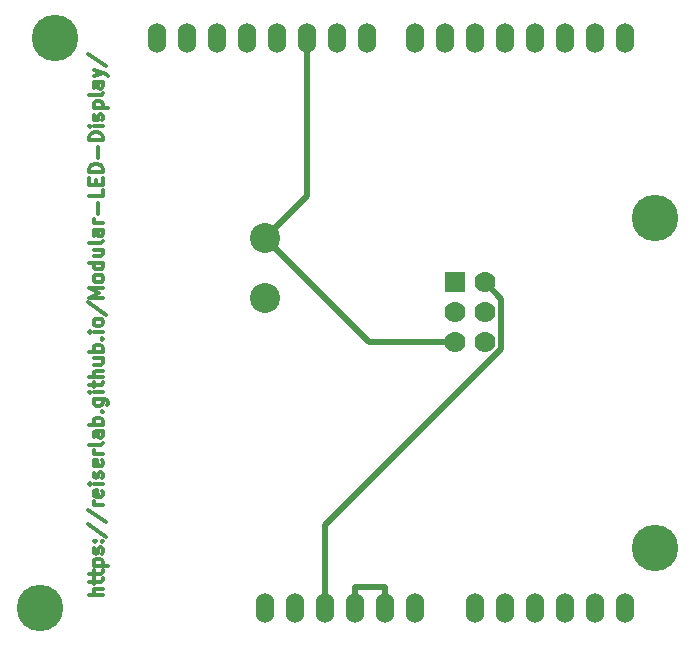
<source format=gtl>
%TF.GenerationSoftware,KiCad,Pcbnew,5.1.9*%
%TF.CreationDate,2021-02-19T12:46:16-05:00*%
%TF.ProjectId,prog_shield,70726f67-5f73-4686-9965-6c642e6b6963,rev?*%
%TF.SameCoordinates,Original*%
%TF.FileFunction,Copper,L1,Top*%
%TF.FilePolarity,Positive*%
%FSLAX46Y46*%
G04 Gerber Fmt 4.6, Leading zero omitted, Abs format (unit mm)*
G04 Created by KiCad (PCBNEW 5.1.9) date 2021-02-19 12:46:16*
%MOMM*%
%LPD*%
G01*
G04 APERTURE LIST*
%TA.AperFunction,NonConductor*%
%ADD10C,0.300000*%
%TD*%
%TA.AperFunction,ComponentPad*%
%ADD11C,2.540000*%
%TD*%
%TA.AperFunction,ComponentPad*%
%ADD12O,1.524000X2.540000*%
%TD*%
%TA.AperFunction,ComponentPad*%
%ADD13C,3.937000*%
%TD*%
%TA.AperFunction,ComponentPad*%
%ADD14R,1.778000X1.778000*%
%TD*%
%TA.AperFunction,ComponentPad*%
%ADD15C,1.778000*%
%TD*%
%TA.AperFunction,Conductor*%
%ADD16C,0.508000*%
%TD*%
G04 APERTURE END LIST*
D10*
X130132857Y-129020000D02*
X128932857Y-129020000D01*
X130132857Y-128505714D02*
X129504285Y-128505714D01*
X129390000Y-128562857D01*
X129332857Y-128677142D01*
X129332857Y-128848571D01*
X129390000Y-128962857D01*
X129447142Y-129020000D01*
X129332857Y-128105714D02*
X129332857Y-127648571D01*
X128932857Y-127934285D02*
X129961428Y-127934285D01*
X130075714Y-127877142D01*
X130132857Y-127762857D01*
X130132857Y-127648571D01*
X129332857Y-127420000D02*
X129332857Y-126962857D01*
X128932857Y-127248571D02*
X129961428Y-127248571D01*
X130075714Y-127191428D01*
X130132857Y-127077142D01*
X130132857Y-126962857D01*
X129332857Y-126562857D02*
X130532857Y-126562857D01*
X129390000Y-126562857D02*
X129332857Y-126448571D01*
X129332857Y-126220000D01*
X129390000Y-126105714D01*
X129447142Y-126048571D01*
X129561428Y-125991428D01*
X129904285Y-125991428D01*
X130018571Y-126048571D01*
X130075714Y-126105714D01*
X130132857Y-126220000D01*
X130132857Y-126448571D01*
X130075714Y-126562857D01*
X130075714Y-125534285D02*
X130132857Y-125420000D01*
X130132857Y-125191428D01*
X130075714Y-125077142D01*
X129961428Y-125020000D01*
X129904285Y-125020000D01*
X129790000Y-125077142D01*
X129732857Y-125191428D01*
X129732857Y-125362857D01*
X129675714Y-125477142D01*
X129561428Y-125534285D01*
X129504285Y-125534285D01*
X129390000Y-125477142D01*
X129332857Y-125362857D01*
X129332857Y-125191428D01*
X129390000Y-125077142D01*
X130018571Y-124505714D02*
X130075714Y-124448571D01*
X130132857Y-124505714D01*
X130075714Y-124562857D01*
X130018571Y-124505714D01*
X130132857Y-124505714D01*
X129390000Y-124505714D02*
X129447142Y-124448571D01*
X129504285Y-124505714D01*
X129447142Y-124562857D01*
X129390000Y-124505714D01*
X129504285Y-124505714D01*
X128875714Y-123077142D02*
X130418571Y-124105714D01*
X128875714Y-121820000D02*
X130418571Y-122848571D01*
X130132857Y-121420000D02*
X129332857Y-121420000D01*
X129561428Y-121420000D02*
X129447142Y-121362857D01*
X129390000Y-121305714D01*
X129332857Y-121191428D01*
X129332857Y-121077142D01*
X130075714Y-120220000D02*
X130132857Y-120334285D01*
X130132857Y-120562857D01*
X130075714Y-120677142D01*
X129961428Y-120734285D01*
X129504285Y-120734285D01*
X129390000Y-120677142D01*
X129332857Y-120562857D01*
X129332857Y-120334285D01*
X129390000Y-120220000D01*
X129504285Y-120162857D01*
X129618571Y-120162857D01*
X129732857Y-120734285D01*
X130132857Y-119648571D02*
X129332857Y-119648571D01*
X128932857Y-119648571D02*
X128990000Y-119705714D01*
X129047142Y-119648571D01*
X128990000Y-119591428D01*
X128932857Y-119648571D01*
X129047142Y-119648571D01*
X130075714Y-119134285D02*
X130132857Y-119020000D01*
X130132857Y-118791428D01*
X130075714Y-118677142D01*
X129961428Y-118620000D01*
X129904285Y-118620000D01*
X129790000Y-118677142D01*
X129732857Y-118791428D01*
X129732857Y-118962857D01*
X129675714Y-119077142D01*
X129561428Y-119134285D01*
X129504285Y-119134285D01*
X129390000Y-119077142D01*
X129332857Y-118962857D01*
X129332857Y-118791428D01*
X129390000Y-118677142D01*
X130075714Y-117648571D02*
X130132857Y-117762857D01*
X130132857Y-117991428D01*
X130075714Y-118105714D01*
X129961428Y-118162857D01*
X129504285Y-118162857D01*
X129390000Y-118105714D01*
X129332857Y-117991428D01*
X129332857Y-117762857D01*
X129390000Y-117648571D01*
X129504285Y-117591428D01*
X129618571Y-117591428D01*
X129732857Y-118162857D01*
X130132857Y-117077142D02*
X129332857Y-117077142D01*
X129561428Y-117077142D02*
X129447142Y-117020000D01*
X129390000Y-116962857D01*
X129332857Y-116848571D01*
X129332857Y-116734285D01*
X130132857Y-116162857D02*
X130075714Y-116277142D01*
X129961428Y-116334285D01*
X128932857Y-116334285D01*
X130132857Y-115191428D02*
X129504285Y-115191428D01*
X129390000Y-115248571D01*
X129332857Y-115362857D01*
X129332857Y-115591428D01*
X129390000Y-115705714D01*
X130075714Y-115191428D02*
X130132857Y-115305714D01*
X130132857Y-115591428D01*
X130075714Y-115705714D01*
X129961428Y-115762857D01*
X129847142Y-115762857D01*
X129732857Y-115705714D01*
X129675714Y-115591428D01*
X129675714Y-115305714D01*
X129618571Y-115191428D01*
X130132857Y-114620000D02*
X128932857Y-114620000D01*
X129390000Y-114620000D02*
X129332857Y-114505714D01*
X129332857Y-114277142D01*
X129390000Y-114162857D01*
X129447142Y-114105714D01*
X129561428Y-114048571D01*
X129904285Y-114048571D01*
X130018571Y-114105714D01*
X130075714Y-114162857D01*
X130132857Y-114277142D01*
X130132857Y-114505714D01*
X130075714Y-114620000D01*
X130018571Y-113534285D02*
X130075714Y-113477142D01*
X130132857Y-113534285D01*
X130075714Y-113591428D01*
X130018571Y-113534285D01*
X130132857Y-113534285D01*
X129332857Y-112448571D02*
X130304285Y-112448571D01*
X130418571Y-112505714D01*
X130475714Y-112562857D01*
X130532857Y-112677142D01*
X130532857Y-112848571D01*
X130475714Y-112962857D01*
X130075714Y-112448571D02*
X130132857Y-112562857D01*
X130132857Y-112791428D01*
X130075714Y-112905714D01*
X130018571Y-112962857D01*
X129904285Y-113020000D01*
X129561428Y-113020000D01*
X129447142Y-112962857D01*
X129390000Y-112905714D01*
X129332857Y-112791428D01*
X129332857Y-112562857D01*
X129390000Y-112448571D01*
X130132857Y-111877142D02*
X129332857Y-111877142D01*
X128932857Y-111877142D02*
X128990000Y-111934285D01*
X129047142Y-111877142D01*
X128990000Y-111820000D01*
X128932857Y-111877142D01*
X129047142Y-111877142D01*
X129332857Y-111477142D02*
X129332857Y-111020000D01*
X128932857Y-111305714D02*
X129961428Y-111305714D01*
X130075714Y-111248571D01*
X130132857Y-111134285D01*
X130132857Y-111020000D01*
X130132857Y-110620000D02*
X128932857Y-110620000D01*
X130132857Y-110105714D02*
X129504285Y-110105714D01*
X129390000Y-110162857D01*
X129332857Y-110277142D01*
X129332857Y-110448571D01*
X129390000Y-110562857D01*
X129447142Y-110620000D01*
X129332857Y-109020000D02*
X130132857Y-109020000D01*
X129332857Y-109534285D02*
X129961428Y-109534285D01*
X130075714Y-109477142D01*
X130132857Y-109362857D01*
X130132857Y-109191428D01*
X130075714Y-109077142D01*
X130018571Y-109020000D01*
X130132857Y-108448571D02*
X128932857Y-108448571D01*
X129390000Y-108448571D02*
X129332857Y-108334285D01*
X129332857Y-108105714D01*
X129390000Y-107991428D01*
X129447142Y-107934285D01*
X129561428Y-107877142D01*
X129904285Y-107877142D01*
X130018571Y-107934285D01*
X130075714Y-107991428D01*
X130132857Y-108105714D01*
X130132857Y-108334285D01*
X130075714Y-108448571D01*
X130018571Y-107362857D02*
X130075714Y-107305714D01*
X130132857Y-107362857D01*
X130075714Y-107420000D01*
X130018571Y-107362857D01*
X130132857Y-107362857D01*
X130132857Y-106791428D02*
X129332857Y-106791428D01*
X128932857Y-106791428D02*
X128990000Y-106848571D01*
X129047142Y-106791428D01*
X128990000Y-106734285D01*
X128932857Y-106791428D01*
X129047142Y-106791428D01*
X130132857Y-106048571D02*
X130075714Y-106162857D01*
X130018571Y-106220000D01*
X129904285Y-106277142D01*
X129561428Y-106277142D01*
X129447142Y-106220000D01*
X129390000Y-106162857D01*
X129332857Y-106048571D01*
X129332857Y-105877142D01*
X129390000Y-105762857D01*
X129447142Y-105705714D01*
X129561428Y-105648571D01*
X129904285Y-105648571D01*
X130018571Y-105705714D01*
X130075714Y-105762857D01*
X130132857Y-105877142D01*
X130132857Y-106048571D01*
X128875714Y-104277142D02*
X130418571Y-105305714D01*
X130132857Y-103877142D02*
X128932857Y-103877142D01*
X129790000Y-103477142D01*
X128932857Y-103077142D01*
X130132857Y-103077142D01*
X130132857Y-102334285D02*
X130075714Y-102448571D01*
X130018571Y-102505714D01*
X129904285Y-102562857D01*
X129561428Y-102562857D01*
X129447142Y-102505714D01*
X129390000Y-102448571D01*
X129332857Y-102334285D01*
X129332857Y-102162857D01*
X129390000Y-102048571D01*
X129447142Y-101991428D01*
X129561428Y-101934285D01*
X129904285Y-101934285D01*
X130018571Y-101991428D01*
X130075714Y-102048571D01*
X130132857Y-102162857D01*
X130132857Y-102334285D01*
X130132857Y-100905714D02*
X128932857Y-100905714D01*
X130075714Y-100905714D02*
X130132857Y-101020000D01*
X130132857Y-101248571D01*
X130075714Y-101362857D01*
X130018571Y-101420000D01*
X129904285Y-101477142D01*
X129561428Y-101477142D01*
X129447142Y-101420000D01*
X129390000Y-101362857D01*
X129332857Y-101248571D01*
X129332857Y-101020000D01*
X129390000Y-100905714D01*
X129332857Y-99820000D02*
X130132857Y-99820000D01*
X129332857Y-100334285D02*
X129961428Y-100334285D01*
X130075714Y-100277142D01*
X130132857Y-100162857D01*
X130132857Y-99991428D01*
X130075714Y-99877142D01*
X130018571Y-99820000D01*
X130132857Y-99077142D02*
X130075714Y-99191428D01*
X129961428Y-99248571D01*
X128932857Y-99248571D01*
X130132857Y-98105714D02*
X129504285Y-98105714D01*
X129390000Y-98162857D01*
X129332857Y-98277142D01*
X129332857Y-98505714D01*
X129390000Y-98620000D01*
X130075714Y-98105714D02*
X130132857Y-98220000D01*
X130132857Y-98505714D01*
X130075714Y-98620000D01*
X129961428Y-98677142D01*
X129847142Y-98677142D01*
X129732857Y-98620000D01*
X129675714Y-98505714D01*
X129675714Y-98220000D01*
X129618571Y-98105714D01*
X130132857Y-97534285D02*
X129332857Y-97534285D01*
X129561428Y-97534285D02*
X129447142Y-97477142D01*
X129390000Y-97420000D01*
X129332857Y-97305714D01*
X129332857Y-97191428D01*
X129675714Y-96791428D02*
X129675714Y-95877142D01*
X130132857Y-94734285D02*
X130132857Y-95305714D01*
X128932857Y-95305714D01*
X129504285Y-94334285D02*
X129504285Y-93934285D01*
X130132857Y-93762857D02*
X130132857Y-94334285D01*
X128932857Y-94334285D01*
X128932857Y-93762857D01*
X130132857Y-93248571D02*
X128932857Y-93248571D01*
X128932857Y-92962857D01*
X128990000Y-92791428D01*
X129104285Y-92677142D01*
X129218571Y-92620000D01*
X129447142Y-92562857D01*
X129618571Y-92562857D01*
X129847142Y-92620000D01*
X129961428Y-92677142D01*
X130075714Y-92791428D01*
X130132857Y-92962857D01*
X130132857Y-93248571D01*
X129675714Y-92048571D02*
X129675714Y-91134285D01*
X130132857Y-90562857D02*
X128932857Y-90562857D01*
X128932857Y-90277142D01*
X128990000Y-90105714D01*
X129104285Y-89991428D01*
X129218571Y-89934285D01*
X129447142Y-89877142D01*
X129618571Y-89877142D01*
X129847142Y-89934285D01*
X129961428Y-89991428D01*
X130075714Y-90105714D01*
X130132857Y-90277142D01*
X130132857Y-90562857D01*
X130132857Y-89362857D02*
X129332857Y-89362857D01*
X128932857Y-89362857D02*
X128990000Y-89420000D01*
X129047142Y-89362857D01*
X128990000Y-89305714D01*
X128932857Y-89362857D01*
X129047142Y-89362857D01*
X130075714Y-88848571D02*
X130132857Y-88734285D01*
X130132857Y-88505714D01*
X130075714Y-88391428D01*
X129961428Y-88334285D01*
X129904285Y-88334285D01*
X129790000Y-88391428D01*
X129732857Y-88505714D01*
X129732857Y-88677142D01*
X129675714Y-88791428D01*
X129561428Y-88848571D01*
X129504285Y-88848571D01*
X129390000Y-88791428D01*
X129332857Y-88677142D01*
X129332857Y-88505714D01*
X129390000Y-88391428D01*
X129332857Y-87820000D02*
X130532857Y-87820000D01*
X129390000Y-87820000D02*
X129332857Y-87705714D01*
X129332857Y-87477142D01*
X129390000Y-87362857D01*
X129447142Y-87305714D01*
X129561428Y-87248571D01*
X129904285Y-87248571D01*
X130018571Y-87305714D01*
X130075714Y-87362857D01*
X130132857Y-87477142D01*
X130132857Y-87705714D01*
X130075714Y-87820000D01*
X130132857Y-86562857D02*
X130075714Y-86677142D01*
X129961428Y-86734285D01*
X128932857Y-86734285D01*
X130132857Y-85591428D02*
X129504285Y-85591428D01*
X129390000Y-85648571D01*
X129332857Y-85762857D01*
X129332857Y-85991428D01*
X129390000Y-86105714D01*
X130075714Y-85591428D02*
X130132857Y-85705714D01*
X130132857Y-85991428D01*
X130075714Y-86105714D01*
X129961428Y-86162857D01*
X129847142Y-86162857D01*
X129732857Y-86105714D01*
X129675714Y-85991428D01*
X129675714Y-85705714D01*
X129618571Y-85591428D01*
X129332857Y-85134285D02*
X130132857Y-84848571D01*
X129332857Y-84562857D02*
X130132857Y-84848571D01*
X130418571Y-84962857D01*
X130475714Y-85020000D01*
X130532857Y-85134285D01*
X128875714Y-83248571D02*
X130418571Y-84277142D01*
D11*
%TO.P,C1,1*%
%TO.N,/RST*%
X143850000Y-98790000D03*
%TO.P,C1,2*%
%TO.N,/GND*%
X143850000Y-103870000D03*
%TD*%
D12*
%TO.P,SHIELD1,AD5*%
%TO.N,N/C*%
X174308000Y-130175000D03*
%TO.P,SHIELD1,AD4*%
X171768000Y-130175000D03*
%TO.P,SHIELD1,AD3*%
X169228000Y-130175000D03*
%TO.P,SHIELD1,AD0*%
X161608000Y-130175000D03*
%TO.P,SHIELD1,AD1*%
X164148000Y-130175000D03*
%TO.P,SHIELD1,AD2*%
X166688000Y-130175000D03*
%TO.P,SHIELD1,V_IN*%
X156528000Y-130175000D03*
%TO.P,SHIELD1,GND2*%
%TO.N,/GND*%
X153988000Y-130175000D03*
%TO.P,SHIELD1,GND1*%
X151448000Y-130175000D03*
%TO.P,SHIELD1,3V3*%
%TO.N,N/C*%
X146368000Y-130175000D03*
%TO.P,SHIELD1,RST*%
X143828000Y-130175000D03*
%TO.P,SHIELD1,0*%
X174308000Y-81915000D03*
%TO.P,SHIELD1,1*%
X171768000Y-81915000D03*
%TO.P,SHIELD1,2*%
X169228000Y-81915000D03*
%TO.P,SHIELD1,3*%
X166688000Y-81915000D03*
%TO.P,SHIELD1,4*%
X164148000Y-81915000D03*
%TO.P,SHIELD1,5*%
X161608000Y-81915000D03*
%TO.P,SHIELD1,6*%
X159068000Y-81915000D03*
%TO.P,SHIELD1,7*%
X156528000Y-81915000D03*
%TO.P,SHIELD1,8*%
X152464000Y-81915000D03*
%TO.P,SHIELD1,9*%
X149924000Y-81915000D03*
%TO.P,SHIELD1,10*%
%TO.N,/RST*%
X147384000Y-81915000D03*
%TO.P,SHIELD1,11*%
%TO.N,/MOSI*%
X144844000Y-81915000D03*
%TO.P,SHIELD1,12*%
%TO.N,/MISO*%
X142304000Y-81915000D03*
%TO.P,SHIELD1,13*%
%TO.N,/SCK*%
X139764000Y-81915000D03*
%TO.P,SHIELD1,GND3*%
%TO.N,N/C*%
X137224000Y-81915000D03*
%TO.P,SHIELD1,AREF*%
X134684000Y-81915000D03*
%TO.P,SHIELD1,5V*%
%TO.N,/5V*%
X148908000Y-130175000D03*
D13*
%TO.P,SHIELD1,*%
%TO.N,*%
X176848000Y-125095000D03*
X176848000Y-97155000D03*
X126048000Y-81915000D03*
X124778000Y-130175000D03*
%TD*%
D14*
%TO.P,P1,1*%
%TO.N,/MISO*%
X159893000Y-102552000D03*
D15*
%TO.P,P1,2*%
%TO.N,/5V*%
X162433000Y-102552000D03*
%TO.P,P1,3*%
%TO.N,/SCK*%
X159893000Y-105092000D03*
%TO.P,P1,4*%
%TO.N,/MOSI*%
X162433000Y-105092000D03*
%TO.P,P1,5*%
%TO.N,/RST*%
X159893000Y-107632000D03*
%TO.P,P1,6*%
%TO.N,/GND*%
X162433000Y-107632000D03*
%TD*%
D16*
%TO.N,/5V*%
X148908000Y-123136600D02*
X148908000Y-130175000D01*
X163857400Y-108187200D02*
X148908000Y-123136600D01*
X163857400Y-103976400D02*
X163857400Y-108187200D01*
X162433000Y-102552000D02*
X163857400Y-103976400D01*
%TO.N,/GND*%
X151448000Y-128396700D02*
X153988000Y-128396700D01*
X151448000Y-130175000D02*
X151448000Y-128396700D01*
X153988000Y-130175000D02*
X153988000Y-128396700D01*
%TO.N,/RST*%
X152692000Y-107632000D02*
X143850000Y-98790000D01*
X159893000Y-107632000D02*
X152692000Y-107632000D01*
X143850000Y-98790000D02*
X147380000Y-95260000D01*
X147380000Y-81919000D02*
X147384000Y-81915000D01*
X147380000Y-95260000D02*
X147380000Y-81919000D01*
%TD*%
M02*

</source>
